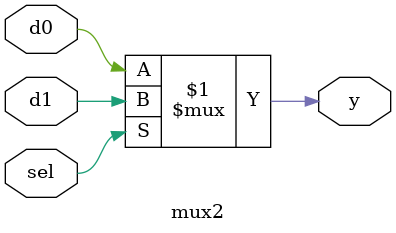
<source format=v>
module mux2(
    input  wire d0,
    input  wire d1,
    input  wire sel,
    output wire y
);
    assign y = sel ? d1 : d0;
endmodule

</source>
